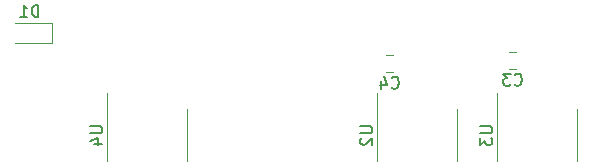
<source format=gbr>
G04 #@! TF.GenerationSoftware,KiCad,Pcbnew,5.1.5+dfsg1-2build2*
G04 #@! TF.CreationDate,2022-10-01T19:43:28+01:00*
G04 #@! TF.ProjectId,zx-memory-16-32,7a782d6d-656d-46f7-9279-2d31362d3332,rev?*
G04 #@! TF.SameCoordinates,Original*
G04 #@! TF.FileFunction,Legend,Bot*
G04 #@! TF.FilePolarity,Positive*
%FSLAX46Y46*%
G04 Gerber Fmt 4.6, Leading zero omitted, Abs format (unit mm)*
G04 Created by KiCad (PCBNEW 5.1.5+dfsg1-2build2) date 2022-10-01 19:43:28*
%MOMM*%
%LPD*%
G04 APERTURE LIST*
%ADD10C,0.120000*%
%ADD11C,0.150000*%
G04 APERTURE END LIST*
D10*
X47415000Y-88900000D02*
X47415000Y-85300000D01*
X47415000Y-88900000D02*
X47415000Y-91100000D01*
X54185000Y-88900000D02*
X54185000Y-86700000D01*
X54185000Y-88900000D02*
X54185000Y-91100000D01*
X80435000Y-88900000D02*
X80435000Y-85300000D01*
X80435000Y-88900000D02*
X80435000Y-91100000D01*
X87205000Y-88900000D02*
X87205000Y-86700000D01*
X87205000Y-88900000D02*
X87205000Y-91100000D01*
X70275000Y-88900000D02*
X70275000Y-85300000D01*
X70275000Y-88900000D02*
X70275000Y-91100000D01*
X77045000Y-88900000D02*
X77045000Y-86700000D01*
X77045000Y-88900000D02*
X77045000Y-91100000D01*
X42794000Y-79414000D02*
X39644000Y-79414000D01*
X42794000Y-81114000D02*
X39644000Y-81114000D01*
X42794000Y-79414000D02*
X42794000Y-81114000D01*
X71112748Y-82069000D02*
X71635252Y-82069000D01*
X71112748Y-83539000D02*
X71635252Y-83539000D01*
X81526748Y-81815000D02*
X82049252Y-81815000D01*
X81526748Y-83285000D02*
X82049252Y-83285000D01*
D11*
X46052380Y-88138095D02*
X46861904Y-88138095D01*
X46957142Y-88185714D01*
X47004761Y-88233333D01*
X47052380Y-88328571D01*
X47052380Y-88519047D01*
X47004761Y-88614285D01*
X46957142Y-88661904D01*
X46861904Y-88709523D01*
X46052380Y-88709523D01*
X46385714Y-89614285D02*
X47052380Y-89614285D01*
X46004761Y-89376190D02*
X46719047Y-89138095D01*
X46719047Y-89757142D01*
X79072380Y-88138095D02*
X79881904Y-88138095D01*
X79977142Y-88185714D01*
X80024761Y-88233333D01*
X80072380Y-88328571D01*
X80072380Y-88519047D01*
X80024761Y-88614285D01*
X79977142Y-88661904D01*
X79881904Y-88709523D01*
X79072380Y-88709523D01*
X79072380Y-89090476D02*
X79072380Y-89709523D01*
X79453333Y-89376190D01*
X79453333Y-89519047D01*
X79500952Y-89614285D01*
X79548571Y-89661904D01*
X79643809Y-89709523D01*
X79881904Y-89709523D01*
X79977142Y-89661904D01*
X80024761Y-89614285D01*
X80072380Y-89519047D01*
X80072380Y-89233333D01*
X80024761Y-89138095D01*
X79977142Y-89090476D01*
X68912380Y-88138095D02*
X69721904Y-88138095D01*
X69817142Y-88185714D01*
X69864761Y-88233333D01*
X69912380Y-88328571D01*
X69912380Y-88519047D01*
X69864761Y-88614285D01*
X69817142Y-88661904D01*
X69721904Y-88709523D01*
X68912380Y-88709523D01*
X69007619Y-89138095D02*
X68960000Y-89185714D01*
X68912380Y-89280952D01*
X68912380Y-89519047D01*
X68960000Y-89614285D01*
X69007619Y-89661904D01*
X69102857Y-89709523D01*
X69198095Y-89709523D01*
X69340952Y-89661904D01*
X69912380Y-89090476D01*
X69912380Y-89709523D01*
X41632095Y-78866380D02*
X41632095Y-77866380D01*
X41394000Y-77866380D01*
X41251142Y-77914000D01*
X41155904Y-78009238D01*
X41108285Y-78104476D01*
X41060666Y-78294952D01*
X41060666Y-78437809D01*
X41108285Y-78628285D01*
X41155904Y-78723523D01*
X41251142Y-78818761D01*
X41394000Y-78866380D01*
X41632095Y-78866380D01*
X40108285Y-78866380D02*
X40679714Y-78866380D01*
X40394000Y-78866380D02*
X40394000Y-77866380D01*
X40489238Y-78009238D01*
X40584476Y-78104476D01*
X40679714Y-78152095D01*
X71540666Y-84841142D02*
X71588285Y-84888761D01*
X71731142Y-84936380D01*
X71826380Y-84936380D01*
X71969238Y-84888761D01*
X72064476Y-84793523D01*
X72112095Y-84698285D01*
X72159714Y-84507809D01*
X72159714Y-84364952D01*
X72112095Y-84174476D01*
X72064476Y-84079238D01*
X71969238Y-83984000D01*
X71826380Y-83936380D01*
X71731142Y-83936380D01*
X71588285Y-83984000D01*
X71540666Y-84031619D01*
X70683523Y-84269714D02*
X70683523Y-84936380D01*
X70921619Y-83888761D02*
X71159714Y-84603047D01*
X70540666Y-84603047D01*
X81954666Y-84587142D02*
X82002285Y-84634761D01*
X82145142Y-84682380D01*
X82240380Y-84682380D01*
X82383238Y-84634761D01*
X82478476Y-84539523D01*
X82526095Y-84444285D01*
X82573714Y-84253809D01*
X82573714Y-84110952D01*
X82526095Y-83920476D01*
X82478476Y-83825238D01*
X82383238Y-83730000D01*
X82240380Y-83682380D01*
X82145142Y-83682380D01*
X82002285Y-83730000D01*
X81954666Y-83777619D01*
X81621333Y-83682380D02*
X81002285Y-83682380D01*
X81335619Y-84063333D01*
X81192761Y-84063333D01*
X81097523Y-84110952D01*
X81049904Y-84158571D01*
X81002285Y-84253809D01*
X81002285Y-84491904D01*
X81049904Y-84587142D01*
X81097523Y-84634761D01*
X81192761Y-84682380D01*
X81478476Y-84682380D01*
X81573714Y-84634761D01*
X81621333Y-84587142D01*
M02*

</source>
